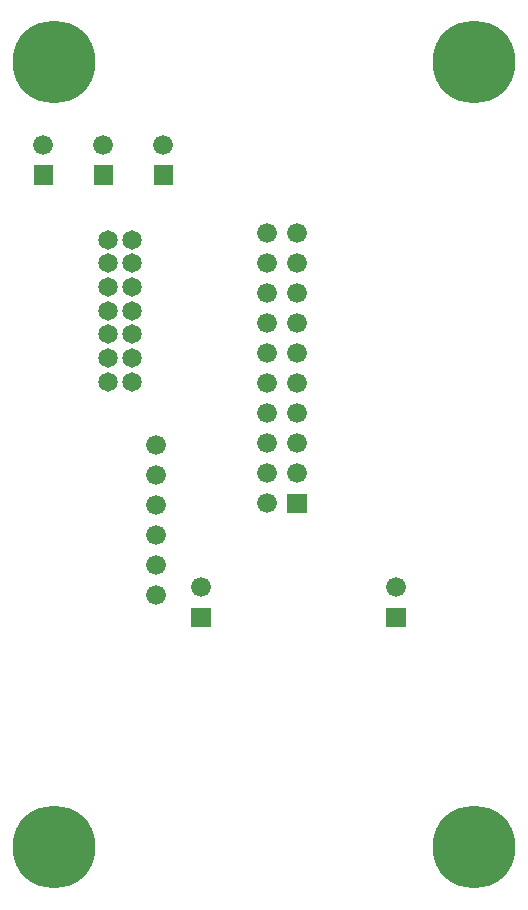
<source format=gbr>
G04 start of page 7 for group -4062 idx -4062 *
G04 Title: (unknown), soldermask *
G04 Creator: pcb 20110918 *
G04 CreationDate: Thu Aug 28 18:40:49 2014 UTC *
G04 For: fosse *
G04 Format: Gerber/RS-274X *
G04 PCB-Dimensions: 348000 372000 *
G04 PCB-Coordinate-Origin: lower left *
%MOIN*%
%FSLAX25Y25*%
%LNBOTTOMMASK*%
%ADD50C,0.0651*%
%ADD49C,0.2760*%
%ADD48C,0.0660*%
%ADD47C,0.0001*%
G54D47*G36*
X107700Y205300D02*Y198700D01*
X114300D01*
Y205300D01*
X107700D01*
G37*
G54D48*X101000Y202000D03*
X111000Y212000D03*
X101000D03*
X111000Y222000D03*
X101000D03*
X111000Y232000D03*
X101000D03*
X144000Y174000D03*
G54D49*X170000Y87500D03*
X30000Y349000D03*
G54D47*G36*
X23200Y314800D02*Y308200D01*
X29800D01*
Y314800D01*
X23200D01*
G37*
G54D48*X26500Y321500D03*
G54D49*X170000Y349000D03*
G54D47*G36*
X140700Y167300D02*Y160700D01*
X147300D01*
Y167300D01*
X140700D01*
G37*
G36*
X75700D02*Y160700D01*
X82300D01*
Y167300D01*
X75700D01*
G37*
G54D48*X79000Y174000D03*
X64000Y171500D03*
Y181500D03*
Y191500D03*
Y201500D03*
Y211500D03*
Y221500D03*
X111000Y242000D03*
Y252000D03*
Y262000D03*
Y272000D03*
Y282000D03*
Y292000D03*
X101000Y242000D03*
Y252000D03*
Y262000D03*
Y272000D03*
Y282000D03*
Y292000D03*
G54D50*X48126Y242630D03*
G54D49*X30000Y87500D03*
G54D50*X48126Y250504D03*
X56000D03*
X48126Y258378D03*
X56000D03*
Y242630D03*
X48126Y266252D03*
X56000D03*
X48126Y274126D03*
X56000D03*
X48126Y282000D03*
X56000D03*
X48126Y289874D03*
X56000D03*
G54D47*G36*
X63200Y314800D02*Y308200D01*
X69800D01*
Y314800D01*
X63200D01*
G37*
G54D48*X66500Y321500D03*
G54D47*G36*
X43200Y314800D02*Y308200D01*
X49800D01*
Y314800D01*
X43200D01*
G37*
G54D48*X46500Y321500D03*
M02*

</source>
